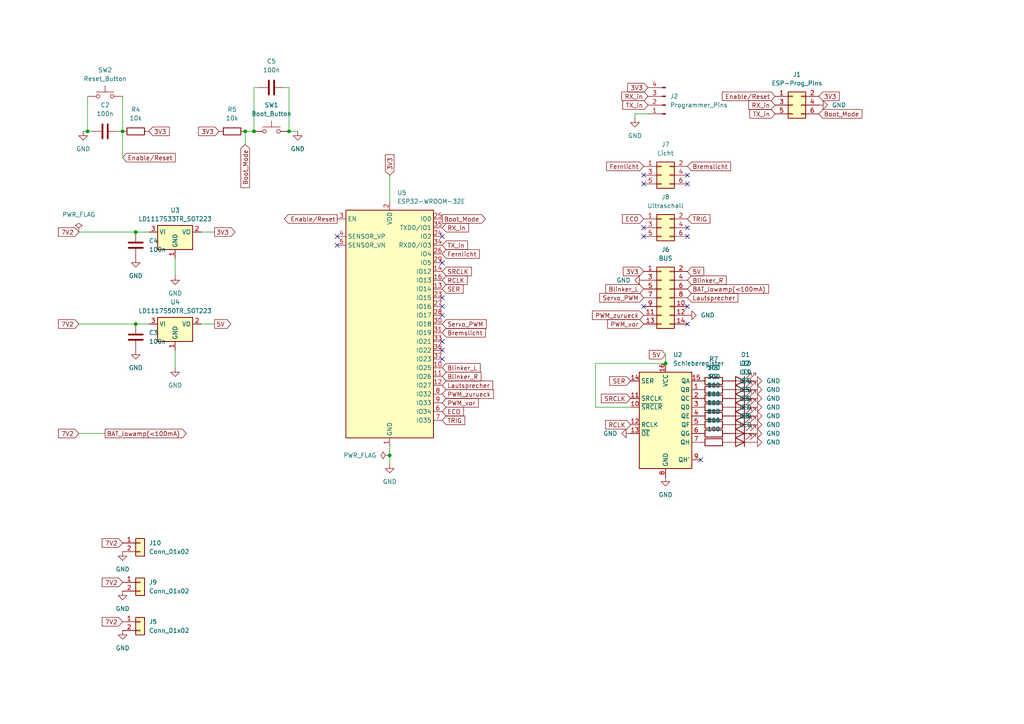
<source format=kicad_sch>
(kicad_sch (version 20250114) (generator "eeschema") (generator_version "9.0")
  (paper "A4")
  (lib_symbols
    (symbol "74xx:74HC595"
      (property "Reference" "U" (at -7.62 13.97 0))
      (property "Value" "74HC595" (at -7.62 -16.51 0))
      (symbol "74HC595_1_0"
        (pin input line (at -10.16 10.16 0) (length 2.54) (name "SER") (number "14"))
        (pin input line (at -10.16 5.08 0) (length 2.54) (name "SRCLK") (number "11"))
        (pin input line (at -10.16 2.54 0) (length 2.54) (name "~{SRCLR}") (number "10"))
        (pin input line (at -10.16 -2.54 0) (length 2.54) (name "RCLK") (number "12"))
        (pin input line (at -10.16 -5.08 0) (length 2.54) (name "~{OE}") (number "13"))
        (pin power_in line (at 0 15.24 270) (length 2.54) (name "VCC") (number "16"))
        (pin power_in line (at 0 -17.78 90) (length 2.54) (name "GND") (number "8"))
        (pin tri_state line (at 10.16 10.16 180) (length 2.54) (name "QA") (number "15"))
        (pin tri_state line (at 10.16 7.62 180) (length 2.54) (name "QB") (number "1"))
        (pin tri_state line (at 10.16 5.08 180) (length 2.54) (name "QC") (number "2"))
        (pin tri_state line (at 10.16 2.54 180) (length 2.54) (name "QD") (number "3"))
        (pin tri_state line (at 10.16 0 180) (length 2.54) (name "QE") (number "4"))
        (pin tri_state line (at 10.16 -2.54 180) (length 2.54) (name "QF") (number "5"))
        (pin tri_state line (at 10.16 -5.08 180) (length 2.54) (name "QG") (number "6"))
        (pin tri_state line (at 10.16 -7.62 180) (length 2.54) (name "QH") (number "7"))
        (pin output line (at 10.16 -12.7 180) (length 2.54) (name "QH'") (number "9"))
      )
      (symbol "74HC595_1_1"
        (rectangle (start -7.62 12.7) (end 7.62 -15.24) (stroke (width 0.254)) (fill (type background)))
      )
    )
    (symbol "Connector:Conn_01x04_Pin" (pin_names (offset 1.016) (hide yes))
      (property "Reference" "J" (at 0 5.08 0))
      (property "Value" "Conn_01x04_Pin" (at 0 -7.62 0))
      (symbol "Conn_01x04_Pin_1_1"
        (rectangle (start 0.8636 2.667) (end 0 2.413) (stroke (width 0.1524)) (fill (type outline)))
        (rectangle (start 0.8636 0.127) (end 0 -0.127) (stroke (width 0.1524)) (fill (type outline)))
        (rectangle (start 0.8636 -2.413) (end 0 -2.667) (stroke (width 0.1524)) (fill (type outline)))
        (rectangle (start 0.8636 -4.953) (end 0 -5.207) (stroke (width 0.1524)) (fill (type outline)))
        (polyline (pts (xy 1.27 2.54) (xy 0.8636 2.54)) (stroke (width 0.1524)))
        (polyline (pts (xy 1.27 0) (xy 0.8636 0)) (stroke (width 0.1524)))
        (polyline (pts (xy 1.27 -2.54) (xy 0.8636 -2.54)) (stroke (width 0.1524)))
        (polyline (pts (xy 1.27 -5.08) (xy 0.8636 -5.08)) (stroke (width 0.1524)))
        (pin passive line (at 5.08 2.54 180) (length 3.81) (name "Pin_1") (number "1"))
        (pin passive line (at 5.08 0 180) (length 3.81) (name "Pin_2") (number "2"))
        (pin passive line (at 5.08 -2.54 180) (length 3.81) (name "Pin_3") (number "3"))
        (pin passive line (at 5.08 -5.08 180) (length 3.81) (name "Pin_4") (number "4"))
      )
    )
    (symbol "Connector_Generic:Conn_01x02" (pin_names (offset 1.016) (hide yes))
      (property "Reference" "J" (at 0 2.54 0))
      (property "Value" "Conn_01x02" (at 0 -5.08 0))
      (symbol "Conn_01x02_1_1"
        (rectangle (start -1.27 1.27) (end 1.27 -3.81) (stroke (width 0.254)) (fill (type background)))
        (rectangle (start -1.27 0.127) (end 0 -0.127) (stroke (width 0.1524)))
        (rectangle (start -1.27 -2.413) (end 0 -2.667) (stroke (width 0.1524)))
        (pin passive line (at -5.08 0 0) (length 3.81) (name "Pin_1") (number "1"))
        (pin passive line (at -5.08 -2.54 0) (length 3.81) (name "Pin_2") (number "2"))
      )
    )
    (symbol "Connector_Generic:Conn_02x03_Odd_Even" (pin_names (offset 1.016) (hide yes))
      (property "Reference" "J" (at 1.27 5.08 0))
      (property "Value" "Conn_02x03_Odd_Even" (at 1.27 -5.08 0))
      (symbol "Conn_02x03_Odd_Even_1_1"
        (rectangle (start -1.27 3.81) (end 3.81 -3.81) (stroke (width 0.254)) (fill (type background)))
        (rectangle (start -1.27 2.667) (end 0 2.413) (stroke (width 0.1524)))
        (rectangle (start -1.27 0.127) (end 0 -0.127) (stroke (width 0.1524)))
        (rectangle (start -1.27 -2.413) (end 0 -2.667) (stroke (width 0.1524)))
        (rectangle (start 3.81 2.667) (end 2.54 2.413) (stroke (width 0.1524)))
        (rectangle (start 3.81 0.127) (end 2.54 -0.127) (stroke (width 0.1524)))
        (rectangle (start 3.81 -2.413) (end 2.54 -2.667) (stroke (width 0.1524)))
        (pin passive line (at -5.08 2.54 0) (length 3.81) (name "Pin_1") (number "1"))
        (pin passive line (at -5.08 0 0) (length 3.81) (name "Pin_3") (number "3"))
        (pin passive line (at -5.08 -2.54 0) (length 3.81) (name "Pin_5") (number "5"))
        (pin passive line (at 7.62 2.54 180) (length 3.81) (name "Pin_2") (number "2"))
        (pin passive line (at 7.62 0 180) (length 3.81) (name "Pin_4") (number "4"))
        (pin passive line (at 7.62 -2.54 180) (length 3.81) (name "Pin_6") (number "6"))
      )
    )
    (symbol "Connector_Generic:Conn_02x07_Odd_Even" (pin_names (offset 1.016) (hide yes))
      (property "Reference" "J" (at 1.27 10.16 0))
      (property "Value" "Conn_02x07_Odd_Even" (at 1.27 -10.16 0))
      (symbol "Conn_02x07_Odd_Even_1_1"
        (rectangle (start -1.27 8.89) (end 3.81 -8.89) (stroke (width 0.254)) (fill (type background)))
        (rectangle (start -1.27 7.747) (end 0 7.493) (stroke (width 0.1524)))
        (rectangle (start -1.27 5.207) (end 0 4.953) (stroke (width 0.1524)))
        (rectangle (start -1.27 2.667) (end 0 2.413) (stroke (width 0.1524)))
        (rectangle (start -1.27 0.127) (end 0 -0.127) (stroke (width 0.1524)))
        (rectangle (start -1.27 -2.413) (end 0 -2.667) (stroke (width 0.1524)))
        (rectangle (start -1.27 -4.953) (end 0 -5.207) (stroke (width 0.1524)))
        (rectangle (start -1.27 -7.493) (end 0 -7.747) (stroke (width 0.1524)))
        (rectangle (start 3.81 7.747) (end 2.54 7.493) (stroke (width 0.1524)))
        (rectangle (start 3.81 5.207) (end 2.54 4.953) (stroke (width 0.1524)))
        (rectangle (start 3.81 2.667) (end 2.54 2.413) (stroke (width 0.1524)))
        (rectangle (start 3.81 0.127) (end 2.54 -0.127) (stroke (width 0.1524)))
        (rectangle (start 3.81 -2.413) (end 2.54 -2.667) (stroke (width 0.1524)))
        (rectangle (start 3.81 -4.953) (end 2.54 -5.207) (stroke (width 0.1524)))
        (rectangle (start 3.81 -7.493) (end 2.54 -7.747) (stroke (width 0.1524)))
        (pin passive line (at -5.08 7.62 0) (length 3.81) (name "Pin_1") (number "1"))
        (pin passive line (at -5.08 5.08 0) (length 3.81) (name "Pin_3") (number "3"))
        (pin passive line (at -5.08 2.54 0) (length 3.81) (name "Pin_5") (number "5"))
        (pin passive line (at -5.08 0 0) (length 3.81) (name "Pin_7") (number "7"))
        (pin passive line (at -5.08 -2.54 0) (length 3.81) (name "Pin_9") (number "9"))
        (pin passive line (at -5.08 -5.08 0) (length 3.81) (name "Pin_11") (number "11"))
        (pin passive line (at -5.08 -7.62 0) (length 3.81) (name "Pin_13") (number "13"))
        (pin passive line (at 7.62 7.62 180) (length 3.81) (name "Pin_2") (number "2"))
        (pin passive line (at 7.62 5.08 180) (length 3.81) (name "Pin_4") (number "4"))
        (pin passive line (at 7.62 2.54 180) (length 3.81) (name "Pin_6") (number "6"))
        (pin passive line (at 7.62 0 180) (length 3.81) (name "Pin_8") (number "8"))
        (pin passive line (at 7.62 -2.54 180) (length 3.81) (name "Pin_10") (number "10"))
        (pin passive line (at 7.62 -5.08 180) (length 3.81) (name "Pin_12") (number "12"))
        (pin passive line (at 7.62 -7.62 180) (length 3.81) (name "Pin_14") (number "14"))
      )
    )
    (symbol "Device:C" (pin_numbers (hide yes)) (pin_names (offset 0.254))
      (property "Reference" "C" (at 0.635 2.54 0))
      (property "Value" "C" (at 0.635 -2.54 0))
      (symbol "C_0_1"
        (polyline (pts (xy -2.032 0.762) (xy 2.032 0.762)) (stroke (width 0.508)))
        (polyline (pts (xy -2.032 -0.762) (xy 2.032 -0.762)) (stroke (width 0.508)))
      )
      (symbol "C_1_1"
        (pin passive line (at 0 3.81 270) (length 2.794) (name "~") (number "1"))
        (pin passive line (at 0 -3.81 90) (length 2.794) (name "~") (number "2"))
      )
    )
    (symbol "Device:LED" (pin_numbers (hide yes)) (pin_names (offset 1.016) (hide yes))
      (property "Reference" "D" (at 0 2.54 0))
      (property "Value" "LED" (at 0 -2.54 0))
      (symbol "LED_0_1"
        (polyline (pts (xy -3.048 -0.762) (xy -4.572 -2.286) (xy -3.81 -2.286) (xy -4.572 -2.286) (xy -4.572 -1.524)))
        (polyline (pts (xy -1.778 -0.762) (xy -3.302 -2.286) (xy -2.54 -2.286) (xy -3.302 -2.286) (xy -3.302 -1.524)))
        (polyline (pts (xy -1.27 0) (xy 1.27 0)))
        (polyline (pts (xy -1.27 -1.27) (xy -1.27 1.27)) (stroke (width 0.254)))
        (polyline (pts (xy 1.27 -1.27) (xy 1.27 1.27) (xy -1.27 0) (xy 1.27 -1.27)) (stroke (width 0.254)))
      )
      (symbol "LED_1_1"
        (pin passive line (at -3.81 0 0) (length 2.54) (name "K") (number "1"))
        (pin passive line (at 3.81 0 180) (length 2.54) (name "A") (number "2"))
      )
    )
    (symbol "Device:R" (pin_numbers (hide yes)) (pin_names (offset 0))
      (property "Reference" "R" (at 2.032 0 90))
      (property "Value" "R" (at 0 0 90))
      (symbol "R_0_1"
        (rectangle (start -1.016 -2.54) (end 1.016 2.54) (stroke (width 0.254)))
      )
      (symbol "R_1_1"
        (pin passive line (at 0 3.81 270) (length 1.27) (name "~") (number "1"))
        (pin passive line (at 0 -3.81 90) (length 1.27) (name "~") (number "2"))
      )
    )
    (symbol "RF_Module:ESP32-WROOM-32E"
      (property "Reference" "U" (at -12.7 34.29 0))
      (property "Value" "ESP32-WROOM-32E" (at 1.27 34.29 0))
      (symbol "ESP32-WROOM-32E_0_1"
        (rectangle (start -12.7 33.02) (end 12.7 -33.02) (stroke (width 0.254)) (fill (type background)))
      )
      (symbol "ESP32-WROOM-32E_1_1"
        (pin input line (at -15.24 30.48 0) (length 2.54) (name "EN") (number "3"))
        (pin input line (at -15.24 25.4 0) (length 2.54) (name "SENSOR_VP") (number "4"))
        (pin input line (at -15.24 22.86 0) (length 2.54) (name "SENSOR_VN") (number "5"))
        (pin no_connect line (at -12.7 0 0) (length 2.54) (hide yes) (name "NC") (number "21"))
        (pin no_connect line (at -12.7 -2.54 0) (length 2.54) (hide yes) (name "NC") (number "22"))
        (pin no_connect line (at -12.7 -5.08 0) (length 2.54) (hide yes) (name "NC") (number "17"))
        (pin no_connect line (at -12.7 -7.62 0) (length 2.54) (hide yes) (name "NC") (number "18"))
        (pin no_connect line (at -12.7 -10.16 0) (length 2.54) (hide yes) (name "NC") (number "20"))
        (pin no_connect line (at -12.7 -12.7 0) (length 2.54) (hide yes) (name "NC") (number "19"))
        (pin no_connect line (at -12.7 -27.94 0) (length 2.54) (hide yes) (name "NC") (number "32"))
        (pin power_in line (at 0 35.56 270) (length 2.54) (name "VDD") (number "2"))
        (pin power_in line (at 0 -35.56 90) (length 2.54) (name "GND") (number "1"))
        (pin passive line (at 0 -35.56 90) (length 2.54) (hide yes) (name "GND") (number "15"))
        (pin passive line (at 0 -35.56 90) (length 2.54) (hide yes) (name "GND") (number "38"))
        (pin passive line (at 0 -35.56 90) (length 2.54) (hide yes) (name "GND") (number "39"))
        (pin bidirectional line (at 15.24 30.48 180) (length 2.54) (name "IO0") (number "25"))
        (pin bidirectional line (at 15.24 27.94 180) (length 2.54) (name "TXD0/IO1") (number "35"))
        (pin bidirectional line (at 15.24 25.4 180) (length 2.54) (name "IO2") (number "24"))
        (pin bidirectional line (at 15.24 22.86 180) (length 2.54) (name "RXD0/IO3") (number "34"))
        (pin bidirectional line (at 15.24 20.32 180) (length 2.54) (name "IO4") (number "26"))
        (pin bidirectional line (at 15.24 17.78 180) (length 2.54) (name "IO5") (number "29"))
        (pin bidirectional line (at 15.24 15.24 180) (length 2.54) (name "IO12") (number "14"))
        (pin bidirectional line (at 15.24 12.7 180) (length 2.54) (name "IO13") (number "16"))
        (pin bidirectional line (at 15.24 10.16 180) (length 2.54) (name "IO14") (number "13"))
        (pin bidirectional line (at 15.24 7.62 180) (length 2.54) (name "IO15") (number "23"))
        (pin bidirectional line (at 15.24 5.08 180) (length 2.54) (name "IO16") (number "27"))
        (pin bidirectional line (at 15.24 2.54 180) (length 2.54) (name "IO17") (number "28"))
        (pin bidirectional line (at 15.24 0 180) (length 2.54) (name "IO18") (number "30"))
        (pin bidirectional line (at 15.24 -2.54 180) (length 2.54) (name "IO19") (number "31"))
        (pin bidirectional line (at 15.24 -5.08 180) (length 2.54) (name "IO21") (number "33"))
        (pin bidirectional line (at 15.24 -7.62 180) (length 2.54) (name "IO22") (number "36"))
        (pin bidirectional line (at 15.24 -10.16 180) (length 2.54) (name "IO23") (number "37"))
        (pin bidirectional line (at 15.24 -12.7 180) (length 2.54) (name "IO25") (number "10"))
        (pin bidirectional line (at 15.24 -15.24 180) (length 2.54) (name "IO26") (number "11"))
        (pin bidirectional line (at 15.24 -17.78 180) (length 2.54) (name "IO27") (number "12"))
        (pin bidirectional line (at 15.24 -20.32 180) (length 2.54) (name "IO32") (number "8"))
        (pin bidirectional line (at 15.24 -22.86 180) (length 2.54) (name "IO33") (number "9"))
        (pin input line (at 15.24 -25.4 180) (length 2.54) (name "IO34") (number "6"))
        (pin input line (at 15.24 -27.94 180) (length 2.54) (name "IO35") (number "7"))
      )
    )
    (symbol "Regulator_Linear:LD1117S33TR_SOT223"
      (property "Reference" "U" (at -3.81 3.175 0))
      (property "Value" "LD1117S33TR_SOT223" (at 0 3.175 0))
      (symbol "LD1117S33TR_SOT223_0_1"
        (rectangle (start -5.08 -5.08) (end 5.08 1.905) (stroke (width 0.254)) (fill (type background)))
      )
      (symbol "LD1117S33TR_SOT223_1_1"
        (pin power_in line (at -7.62 0 0) (length 2.54) (name "VI") (number "3"))
        (pin power_in line (at 0 -7.62 90) (length 2.54) (name "GND") (number "1"))
        (pin power_out line (at 7.62 0 180) (length 2.54) (name "VO") (number "2"))
      )
    )
    (symbol "Switch:SW_Push" (pin_numbers (hide yes)) (pin_names (offset 1.016) (hide yes))
      (property "Reference" "SW" (at 1.27 2.54 0))
      (property "Value" "SW_Push" (at 0 -1.524 0))
      (symbol "SW_Push_0_1"
        (circle (center -2.032 0) (radius 0.508))
        (polyline (pts (xy 0 1.27) (xy 0 3.048)))
        (circle (center 2.032 0) (radius 0.508))
        (polyline (pts (xy 2.54 1.27) (xy -2.54 1.27)))
        (pin passive line (at -5.08 0 0) (length 2.54) (name "1") (number "1"))
        (pin passive line (at 5.08 0 180) (length 2.54) (name "2") (number "2"))
      )
    )
    (symbol "power:GND" (power) (pin_numbers (hide yes)) (pin_names (offset 0) (hide yes))
      (property "Value" "GND" (at 0 -3.81 0))
      (symbol "GND_0_1"
        (polyline (pts (xy 0 0) (xy 0 -1.27) (xy 1.27 -1.27) (xy 0 -2.54) (xy -1.27 -1.27) (xy 0 -1.27)))
      )
      (symbol "GND_1_1"
        (pin power_in line (at 0 0 270) (length 0) (name "~") (number "1"))
      )
    )
    (symbol "power:PWR_FLAG" (power) (pin_numbers (hide yes)) (pin_names (offset 0) (hide yes))
      (property "Value" "PWR_FLAG" (at 0 3.81 0))
      (symbol "PWR_FLAG_0_0"
        (pin power_out line (at 0 0 90) (length 0) (name "~") (number "1"))
      )
      (symbol "PWR_FLAG_0_1"
        (polyline (pts (xy 0 0) (xy 0 1.27) (xy -1.016 1.905) (xy 0 2.54) (xy 1.016 1.905) (xy 0 1.27)))
      )
    )
  )
  (junction (at 39.37 67.31))
  (junction (at 113.03 132.08))
  (junction (at 39.37 93.98))
  (junction (at 193.04 105.41))
  (junction (at 71.12 38.1))
  (junction (at 73.66 38.1))
  (junction (at 25.4 38.1))
  (junction (at 83.82 38.1))
  (junction (at 35.56 38.1))
  (no_connect (at 199.39 66.04))
  (no_connect (at 128.27 91.44))
  (no_connect (at 186.69 50.8))
  (no_connect (at 128.27 86.36))
  (no_connect (at 186.69 88.9))
  (no_connect (at 199.39 53.34))
  (no_connect (at 203.2 133.35))
  (no_connect (at 186.69 66.04))
  (no_connect (at 199.39 68.58))
  (no_connect (at 128.27 101.6))
  (no_connect (at 128.27 68.58))
  (no_connect (at 128.27 104.14))
  (no_connect (at 128.27 99.06))
  (no_connect (at 199.39 88.9))
  (no_connect (at 128.27 76.2))
  (no_connect (at 199.39 50.8))
  (no_connect (at 97.79 68.58))
  (no_connect (at 199.39 93.98))
  (no_connect (at 186.69 53.34))
  (no_connect (at 97.79 71.12))
  (no_connect (at 128.27 88.9))
  (no_connect (at 186.69 68.58))
  (wire (pts (xy 113.03 50.8) (xy 113.03 58.42)))
  (wire (pts (xy 22.86 67.31) (xy 39.37 67.31)))
  (wire (pts (xy 73.66 38.1) (xy 71.12 38.1)))
  (wire (pts (xy 22.86 125.73) (xy 30.48 125.73)))
  (wire (pts (xy 83.82 25.4) (xy 83.82 38.1)))
  (wire (pts (xy 74.93 25.4) (xy 73.66 25.4)))
  (wire (pts (xy 50.8 74.93) (xy 50.8 80.01)))
  (wire (pts (xy 82.55 25.4) (xy 83.82 25.4)))
  (wire (pts (xy 24.13 38.1) (xy 25.4 38.1)))
  (wire (pts (xy 25.4 27.94) (xy 25.4 38.1)))
  (wire (pts (xy 71.12 38.1) (xy 71.12 41.91)))
  (wire (pts (xy 182.88 118.11) (xy 172.72 118.11)))
  (wire (pts (xy 39.37 93.98) (xy 43.18 93.98)))
  (wire (pts (xy 22.86 93.98) (xy 39.37 93.98)))
  (wire (pts (xy 73.66 25.4) (xy 73.66 38.1)))
  (wire (pts (xy 113.03 132.08) (xy 113.03 134.62)))
  (wire (pts (xy 187.96 33.02) (xy 184.15 33.02)))
  (wire (pts (xy 113.03 129.54) (xy 113.03 132.08)))
  (wire (pts (xy 172.72 118.11) (xy 172.72 105.41)))
  (wire (pts (xy 58.42 93.98) (xy 62.23 93.98)))
  (wire (pts (xy 25.4 38.1) (xy 26.67 38.1)))
  (wire (pts (xy 34.29 38.1) (xy 35.56 38.1)))
  (wire (pts (xy 50.8 101.6) (xy 50.8 106.68)))
  (wire (pts (xy 184.15 33.02) (xy 184.15 34.29)))
  (wire (pts (xy 193.04 102.87) (xy 193.04 105.41)))
  (wire (pts (xy 58.42 67.31) (xy 62.23 67.31)))
  (wire (pts (xy 86.36 38.1) (xy 83.82 38.1)))
  (wire (pts (xy 35.56 27.94) (xy 35.56 38.1)))
  (wire (pts (xy 172.72 105.41) (xy 193.04 105.41)))
  (wire (pts (xy 39.37 67.31) (xy 43.18 67.31)))
  (wire (pts (xy 35.56 38.1) (xy 35.56 45.72)))
  (global_label "7V2" (shape input) (at 35.56 180.34 180) (property "Intersheetrefs" "${INTERSHEET_REFS}" (effects (hide yes))))
  (global_label "SER" (shape input) (at 128.27 83.82 0) (property "Intersheetrefs" "${INTERSHEET_REFS}" (effects (hide yes))))
  (global_label "Fernlicht" (shape input) (at 128.27 73.66 0) (property "Intersheetrefs" "${INTERSHEET_REFS}" (effects (hide yes))))
  (global_label "3V3" (shape input) (at 186.69 78.74 180) (property "Intersheetrefs" "${INTERSHEET_REFS}" (effects (hide yes))))
  (global_label "7V2" (shape input) (at 35.56 157.48 180) (property "Intersheetrefs" "${INTERSHEET_REFS}" (effects (hide yes))))
  (global_label "Boot_Mode" (shape input) (at 237.49 33.02 0) (property "Intersheetrefs" "${INTERSHEET_REFS}" (effects (hide yes))))
  (global_label "TX_in" (shape input) (at 224.79 33.02 180) (property "Intersheetrefs" "${INTERSHEET_REFS}" (effects (hide yes))))
  (global_label "Boot_Mode" (shape input) (at 71.12 41.91 270) (property "Intersheetrefs" "${INTERSHEET_REFS}" (effects (hide yes))))
  (global_label "TRIG" (shape input) (at 128.27 121.92 0) (property "Intersheetrefs" "${INTERSHEET_REFS}" (effects (hide yes))))
  (global_label "7V2" (shape input) (at 35.56 168.91 180) (property "Intersheetrefs" "${INTERSHEET_REFS}" (effects (hide yes))))
  (global_label "Blinker_L" (shape input) (at 186.69 83.82 180) (property "Intersheetrefs" "${INTERSHEET_REFS}" (effects (hide yes))))
  (global_label "Blinker_R" (shape input) (at 128.27 109.22 0) (property "Intersheetrefs" "${INTERSHEET_REFS}" (effects (hide yes))))
  (global_label "3V3" (shape input) (at 237.49 27.94 0) (property "Intersheetrefs" "${INTERSHEET_REFS}" (effects (hide yes))))
  (global_label "Boot_Mode" (shape output) (at 128.27 63.5 0) (property "Intersheetrefs" "${INTERSHEET_REFS}" (effects (hide yes))))
  (global_label "5V" (shape input) (at 199.39 78.74 0) (property "Intersheetrefs" "${INTERSHEET_REFS}" (effects (hide yes))))
  (global_label "7V2" (shape input) (at 22.86 67.31 180) (property "Intersheetrefs" "${INTERSHEET_REFS}" (effects (hide yes))))
  (global_label "3V3" (shape input) (at 63.5 38.1 180) (property "Intersheetrefs" "${INTERSHEET_REFS}" (effects (hide yes))))
  (global_label "RX_in" (shape input) (at 224.79 30.48 180) (property "Intersheetrefs" "${INTERSHEET_REFS}" (effects (hide yes))))
  (global_label "Enable{slash}Reset" (shape output) (at 97.79 63.5 180) (property "Intersheetrefs" "${INTERSHEET_REFS}" (effects (hide yes))))
  (global_label "TRIG" (shape input) (at 199.39 63.5 0) (property "Intersheetrefs" "${INTERSHEET_REFS}" (effects (hide yes))))
  (global_label "Lautsprecher" (shape input) (at 199.39 86.36 0) (property "Intersheetrefs" "${INTERSHEET_REFS}" (effects (hide yes))))
  (global_label "PWM_zurueck" (shape input) (at 128.27 114.3 0) (property "Intersheetrefs" "${INTERSHEET_REFS}" (effects (hide yes))))
  (global_label "PWM_vor" (shape input) (at 186.69 93.98 180) (property "Intersheetrefs" "${INTERSHEET_REFS}" (effects (hide yes))))
  (global_label "BAT_lowamp(<100mA)" (shape output) (at 30.48 125.73 0) (property "Intersheetrefs" "${INTERSHEET_REFS}" (effects (hide yes))))
  (global_label "3V3" (shape output) (at 62.23 67.31 0) (property "Intersheetrefs" "${INTERSHEET_REFS}" (effects (hide yes))))
  (global_label "3V3" (shape input) (at 187.96 25.4 180) (property "Intersheetrefs" "${INTERSHEET_REFS}" (effects (hide yes))))
  (global_label "RX_in" (shape input) (at 128.27 66.04 0) (property "Intersheetrefs" "${INTERSHEET_REFS}" (effects (hide yes))))
  (global_label "RCLK" (shape input) (at 128.27 81.28 0) (property "Intersheetrefs" "${INTERSHEET_REFS}" (effects (hide yes))))
  (global_label "PWM_vor" (shape input) (at 128.27 116.84 0) (property "Intersheetrefs" "${INTERSHEET_REFS}" (effects (hide yes))))
  (global_label "Enable{slash}Reset" (shape input) (at 35.56 45.72 0) (property "Intersheetrefs" "${INTERSHEET_REFS}" (effects (hide yes))))
  (global_label "TX_in" (shape input) (at 187.96 30.48 180) (property "Intersheetrefs" "${INTERSHEET_REFS}" (effects (hide yes))))
  (global_label "7V2" (shape input) (at 22.86 93.98 180) (property "Intersheetrefs" "${INTERSHEET_REFS}" (effects (hide yes))))
  (global_label "Lautsprecher" (shape input) (at 128.27 111.76 0) (property "Intersheetrefs" "${INTERSHEET_REFS}" (effects (hide yes))))
  (global_label "ECO" (shape input) (at 128.27 119.38 0) (property "Intersheetrefs" "${INTERSHEET_REFS}" (effects (hide yes))))
  (global_label "Bremslicht" (shape input) (at 199.39 48.26 0) (property "Intersheetrefs" "${INTERSHEET_REFS}" (effects (hide yes))))
  (global_label "Blinker_R" (shape input) (at 199.39 81.28 0) (property "Intersheetrefs" "${INTERSHEET_REFS}" (effects (hide yes))))
  (global_label "ECO" (shape input) (at 186.69 63.5 180) (property "Intersheetrefs" "${INTERSHEET_REFS}" (effects (hide yes))))
  (global_label "7V2" (shape input) (at 22.86 125.73 180) (property "Intersheetrefs" "${INTERSHEET_REFS}" (effects (hide yes))))
  (global_label "BAT_lowamp(<100mA)" (shape input) (at 199.39 83.82 0) (property "Intersheetrefs" "${INTERSHEET_REFS}" (effects (hide yes))))
  (global_label "TX_in" (shape input) (at 128.27 71.12 0) (property "Intersheetrefs" "${INTERSHEET_REFS}" (effects (hide yes))))
  (global_label "5V" (shape input) (at 193.04 102.87 180) (property "Intersheetrefs" "${INTERSHEET_REFS}" (effects (hide yes))))
  (global_label "Fernlicht" (shape input) (at 186.69 48.26 180) (property "Intersheetrefs" "${INTERSHEET_REFS}" (effects (hide yes))))
  (global_label "Servo_PWM" (shape input) (at 128.27 93.98 0) (property "Intersheetrefs" "${INTERSHEET_REFS}" (effects (hide yes))))
  (global_label "SRCLK" (shape input) (at 182.88 115.57 180) (property "Intersheetrefs" "${INTERSHEET_REFS}" (effects (hide yes))))
  (global_label "5V" (shape output) (at 62.23 93.98 0) (property "Intersheetrefs" "${INTERSHEET_REFS}" (effects (hide yes))))
  (global_label "Servo_PWM" (shape input) (at 186.69 86.36 180) (property "Intersheetrefs" "${INTERSHEET_REFS}" (effects (hide yes))))
  (global_label "Enable{slash}Reset" (shape input) (at 224.79 27.94 180) (property "Intersheetrefs" "${INTERSHEET_REFS}" (effects (hide yes))))
  (global_label "SER" (shape input) (at 182.88 110.49 180) (property "Intersheetrefs" "${INTERSHEET_REFS}" (effects (hide yes))))
  (global_label "Bremslicht" (shape input) (at 128.27 96.52 0) (property "Intersheetrefs" "${INTERSHEET_REFS}" (effects (hide yes))))
  (global_label "3V3" (shape input) (at 43.18 38.1 0) (property "Intersheetrefs" "${INTERSHEET_REFS}" (effects (hide yes))))
  (global_label "SRCLK" (shape input) (at 128.27 78.74 0) (property "Intersheetrefs" "${INTERSHEET_REFS}" (effects (hide yes))))
  (global_label "RX_in" (shape input) (at 187.96 27.94 180) (property "Intersheetrefs" "${INTERSHEET_REFS}" (effects (hide yes))))
  (global_label "Blinker_L" (shape input) (at 128.27 106.68 0) (property "Intersheetrefs" "${INTERSHEET_REFS}" (effects (hide yes))))
  (global_label "3V3" (shape input) (at 113.03 50.8 90) (property "Intersheetrefs" "${INTERSHEET_REFS}" (effects (hide yes))))
  (global_label "PWM_zurueck" (shape input) (at 186.69 91.44 180) (property "Intersheetrefs" "${INTERSHEET_REFS}" (effects (hide yes))))
  (global_label "RCLK" (shape input) (at 182.88 123.19 180) (property "Intersheetrefs" "${INTERSHEET_REFS}" (effects (hide yes))))
  (symbol (lib_id "power:GND") (at 218.44 115.57 90) (unit 1)
    (property "Reference" "#PWR018" (effects (hide yes)))
    (property "Value" "GND" (at 222.25 115.5699 90) (effects (justify right)))
    (property "Description" "Power symbol creates a global label with name \"GND\" , ground" (effects (hide yes)))
  )
  (symbol (lib_id "Regulator_Linear:LD1117S33TR_SOT223") (at 50.8 67.31 0) (unit 1)
    (property "Reference" "U3" (at 50.8 60.96 0))
    (property "Value" "LD1117S33TR_SOT223" (at 50.8 63.5 0))
    (property "Footprint" "Package_TO_SOT_THT:TO-220-3_Vertical" (effects (hide yes)))
    (property "Datasheet" "http://www.st.com/st-web-ui/static/active/en/resource/technical/document/datasheet/CD00000544.pdf" (effects (hide yes)))
    (property "Description" "800mA Fixed Low Drop Positive Voltage Regulator, Fixed Output 3.3V, SOT-223" (effects (hide yes)))
  )
  (symbol (lib_id "Connector_Generic:Conn_01x02") (at 40.64 168.91 0) (unit 1)
    (property "Reference" "J9" (at 43.18 168.9099 0) (effects (justify left)))
    (property "Value" "Conn_01x02" (at 43.18 171.4499 0) (effects (justify left)))
    (property "Footprint" "Connector_AMASS:AMASS_XT30PW-F_1x02_P2.50mm_Horizontal" (effects (hide yes)))
    (property "Description" "Generic connector, single row, 01x02, script generated (kicad-library-utils/schlib/autogen/connector/)" (effects (hide yes)))
  )
  (symbol (lib_id "Connector_Generic:Conn_02x03_Odd_Even") (at 191.77 66.04 0) (unit 1)
    (property "Reference" "J8" (at 193.04 57.15 0))
    (property "Value" "Ultraschall" (at 193.04 59.69 0))
    (property "Footprint" "Connector_IDC:IDC-Header_2x03_P2.54mm_Vertical" (effects (hide yes)))
    (property "Description" "Generic connector, double row, 02x03, odd/even pin numbering scheme (row 1 odd numbers, row 2 even numbers), script generated (kicad-library-utils/schlib/autogen/connector/)" (effects (hide yes)))
  )
  (symbol (lib_id "power:GND") (at 50.8 106.68 0) (unit 1)
    (property "Reference" "#PWR014" (effects (hide yes)))
    (property "Value" "GND" (at 50.8 111.76 0))
    (property "Description" "Power symbol creates a global label with name \"GND\" , ground" (effects (hide yes)))
  )
  (symbol (lib_id "Switch:SW_Push") (at 30.48 27.94 0) (unit 1)
    (property "Reference" "SW2" (at 30.48 20.32 0))
    (property "Value" "Reset_Button" (at 30.48 22.86 0))
    (property "Footprint" "Button_Switch_THT:SW_PUSH_6mm_H4.3mm" (effects (hide yes)))
    (property "Description" "Push button switch, generic, two pins" (effects (hide yes)))
  )
  (symbol (lib_id "power:GND") (at 218.44 120.65 90) (unit 1)
    (property "Reference" "#PWR016" (effects (hide yes)))
    (property "Value" "GND" (at 222.25 120.6499 90) (effects (justify right)))
    (property "Description" "Power symbol creates a global label with name \"GND\" , ground" (effects (hide yes)))
  )
  (symbol (lib_id "Device:R") (at 207.01 125.73 90) (unit 1)
    (property "Reference" "R13" (at 207.01 119.38 90))
    (property "Value" "100" (at 207.01 121.92 90))
    (property "Footprint" "Resistor_THT:R_Axial_DIN0207_L6.3mm_D2.5mm_P7.62mm_Horizontal" (effects (hide yes)))
    (property "Description" "Resistor" (effects (hide yes)))
  )
  (symbol (lib_id "Regulator_Linear:LD1117S33TR_SOT223") (at 50.8 93.98 0) (unit 1)
    (property "Reference" "U4" (at 50.8 87.63 0))
    (property "Value" "LD1117S50TR_SOT223" (at 50.8 90.17 0))
    (property "Footprint" "Package_TO_SOT_THT:TO-220-3_Vertical" (effects (hide yes)))
    (property "Datasheet" "http://www.st.com/st-web-ui/static/active/en/resource/technical/document/datasheet/CD00000544.pdf" (effects (hide yes)))
    (property "Description" "800mA Fixed Low Drop Positive Voltage Regulator, Fixed Output 3.3V, SOT-223" (effects (hide yes)))
  )
  (symbol (lib_id "Device:R") (at 207.01 118.11 90) (unit 1)
    (property "Reference" "R10" (at 207.01 111.76 90))
    (property "Value" "100" (at 207.01 114.3 90))
    (property "Footprint" "Resistor_THT:R_Axial_DIN0207_L6.3mm_D2.5mm_P7.62mm_Horizontal" (effects (hide yes)))
    (property "Description" "Resistor" (effects (hide yes)))
  )
  (symbol (lib_id "power:GND") (at 218.44 123.19 90) (unit 1)
    (property "Reference" "#PWR015" (effects (hide yes)))
    (property "Value" "GND" (at 222.25 123.1899 90) (effects (justify right)))
    (property "Description" "Power symbol creates a global label with name \"GND\" , ground" (effects (hide yes)))
  )
  (symbol (lib_id "Device:LED") (at 214.63 113.03 180) (unit 1)
    (property "Reference" "D2" (at 216.2175 105.41 0))
    (property "Value" "LED" (at 216.2175 107.95 0))
    (property "Footprint" "TestPoint:TestPoint_2Pads_Pitch5.08mm_Drill1.3mm" (effects (hide yes)))
    (property "Description" "Light emitting diode" (effects (hide yes)))
    (property "Sim.Pins" "1=K 2=A" (effects (hide yes)))
  )
  (symbol (lib_id "power:PWR_FLAG") (at 113.03 132.08 90) (unit 1)
    (property "Reference" "#FLG03" (effects (hide yes)))
    (property "Value" "PWR_FLAG" (at 109.22 132.0799 90) (effects (justify left)))
    (property "Description" "Special symbol for telling ERC where power comes from" (effects (hide yes)))
  )
  (symbol (lib_id "power:GND") (at 182.88 125.73 270) (unit 1)
    (property "Reference" "#PWR06" (effects (hide yes)))
    (property "Value" "GND" (at 179.07 125.7299 90) (effects (justify right)))
    (property "Description" "Power symbol creates a global label with name \"GND\" , ground" (effects (hide yes)))
  )
  (symbol (lib_id "power:GND") (at 35.56 171.45 0) (unit 1)
    (property "Reference" "#PWR023" (effects (hide yes)))
    (property "Value" "GND" (at 35.56 176.53 0))
    (property "Description" "Power symbol creates a global label with name \"GND\" , ground" (effects (hide yes)))
  )
  (symbol (lib_id "power:GND") (at 237.49 30.48 90) (unit 1)
    (property "Reference" "#PWR021" (effects (hide yes)))
    (property "Value" "GND" (at 241.3 30.4799 90) (effects (justify right)))
    (property "Description" "Power symbol creates a global label with name \"GND\" , ground" (effects (hide yes)))
  )
  (symbol (lib_id "Device:LED") (at 214.63 125.73 180) (unit 1)
    (property "Reference" "D7" (at 216.2175 118.11 0))
    (property "Value" "LED" (at 216.2175 120.65 0))
    (property "Footprint" "TestPoint:TestPoint_2Pads_Pitch5.08mm_Drill1.3mm" (effects (hide yes)))
    (property "Description" "Light emitting diode" (effects (hide yes)))
    (property "Sim.Pins" "1=K 2=A" (effects (hide yes)))
  )
  (symbol (lib_id "Device:R") (at 207.01 110.49 90) (unit 1)
    (property "Reference" "R7" (at 207.01 104.14 90))
    (property "Value" "100" (at 207.01 106.68 90))
    (property "Footprint" "Resistor_THT:R_Axial_DIN0207_L6.3mm_D2.5mm_P7.62mm_Horizontal" (effects (hide yes)))
    (property "Description" "Resistor" (effects (hide yes)))
  )
  (symbol (lib_id "Device:R") (at 207.01 120.65 90) (unit 1)
    (property "Reference" "R11" (at 207.01 114.3 90))
    (property "Value" "100" (at 207.01 116.84 90))
    (property "Footprint" "Resistor_THT:R_Axial_DIN0207_L6.3mm_D2.5mm_P7.62mm_Horizontal" (effects (hide yes)))
    (property "Description" "Resistor" (effects (hide yes)))
  )
  (symbol (lib_id "power:GND") (at 24.13 38.1 0) (unit 1)
    (property "Reference" "#PWR07" (effects (hide yes)))
    (property "Value" "GND" (at 24.13 43.18 0))
    (property "Description" "Power symbol creates a global label with name \"GND\" , ground" (effects (hide yes)))
  )
  (symbol (lib_id "Device:LED") (at 214.63 115.57 180) (unit 1)
    (property "Reference" "D3" (at 216.2175 107.95 0))
    (property "Value" "LED" (at 216.2175 110.49 0))
    (property "Footprint" "TestPoint:TestPoint_2Pads_Pitch5.08mm_Drill1.3mm" (effects (hide yes)))
    (property "Description" "Light emitting diode" (effects (hide yes)))
    (property "Sim.Pins" "1=K 2=A" (effects (hide yes)))
  )
  (symbol (lib_id "power:GND") (at 218.44 128.27 90) (unit 1)
    (property "Reference" "#PWR09" (effects (hide yes)))
    (property "Value" "GND" (at 222.25 128.2699 90) (effects (justify right)))
    (property "Description" "Power symbol creates a global label with name \"GND\" , ground" (effects (hide yes)))
  )
  (symbol (lib_id "Device:C") (at 39.37 97.79 180) (unit 1)
    (property "Reference" "C3" (at 43.18 96.5199 0) (effects (justify right)))
    (property "Value" "100n" (at 43.18 99.0599 0) (effects (justify right)))
    (property "Footprint" "Capacitor_THT:C_Disc_D3.0mm_W1.6mm_P2.50mm" (effects (hide yes)))
    (property "Description" "Unpolarized capacitor" (effects (hide yes)))
  )
  (symbol (lib_id "power:GND") (at 184.15 34.29 0) (unit 1)
    (property "Reference" "#PWR02" (effects (hide yes)))
    (property "Value" "GND" (at 184.15 39.37 0))
    (property "Description" "Power symbol creates a global label with name \"GND\" , ground" (effects (hide yes)))
  )
  (symbol (lib_id "Device:R") (at 39.37 38.1 90) (unit 1)
    (property "Reference" "R4" (at 39.37 31.75 90))
    (property "Value" "10k" (at 39.37 34.29 90))
    (property "Footprint" "Resistor_THT:R_Axial_DIN0207_L6.3mm_D2.5mm_P7.62mm_Horizontal" (effects (hide yes)))
    (property "Description" "Resistor" (effects (hide yes)))
  )
  (symbol (lib_id "Connector_Generic:Conn_01x02") (at 40.64 180.34 0) (unit 1)
    (property "Reference" "J5" (at 43.18 180.3399 0) (effects (justify left)))
    (property "Value" "Conn_01x02" (at 43.18 182.8799 0) (effects (justify left)))
    (property "Footprint" "Connector_AMASS:AMASS_XT30PW-F_1x02_P2.50mm_Horizontal" (effects (hide yes)))
    (property "Description" "Generic connector, single row, 01x02, script generated (kicad-library-utils/schlib/autogen/connector/)" (effects (hide yes)))
  )
  (symbol (lib_id "power:PWR_FLAG") (at 22.86 67.31 0) (unit 1)
    (property "Reference" "#FLG02" (effects (hide yes)))
    (property "Value" "PWR_FLAG" (at 22.86 62.23 0))
    (property "Description" "Special symbol for telling ERC where power comes from" (effects (hide yes)))
  )
  (symbol (lib_id "Device:R") (at 207.01 123.19 90) (unit 1)
    (property "Reference" "R12" (at 207.01 116.84 90))
    (property "Value" "100" (at 207.01 119.38 90))
    (property "Footprint" "Resistor_THT:R_Axial_DIN0207_L6.3mm_D2.5mm_P7.62mm_Horizontal" (effects (hide yes)))
    (property "Description" "Resistor" (effects (hide yes)))
  )
  (symbol (lib_id "Connector_Generic:Conn_02x07_Odd_Even") (at 191.77 86.36 0) (unit 1)
    (property "Reference" "J6" (at 193.04 72.39 0))
    (property "Value" "BUS" (at 193.04 74.93 0))
    (property "Footprint" "Platine_mit_BUS:Busstecker" (effects (hide yes)))
    (property "Description" "Generic connector, double row, 02x07, odd/even pin numbering scheme (row 1 odd numbers, row 2 even numbers), script generated (kicad-library-utils/schlib/autogen/connector/)" (effects (hide yes)))
  )
  (symbol (lib_id "Device:R") (at 67.31 38.1 90) (unit 1)
    (property "Reference" "R5" (at 67.31 31.75 90))
    (property "Value" "10k" (at 67.31 34.29 90))
    (property "Footprint" "Resistor_THT:R_Axial_DIN0207_L6.3mm_D2.5mm_P7.62mm_Horizontal" (effects (hide yes)))
    (property "Description" "Resistor" (effects (hide yes)))
  )
  (symbol (lib_id "Connector_Generic:Conn_02x03_Odd_Even") (at 229.87 30.48 0) (unit 1)
    (property "Reference" "J1" (at 231.14 21.59 0))
    (property "Value" "ESP-Prog_Pins" (at 231.14 24.13 0))
    (property "Footprint" "Connector_PinHeader_1.27mm:PinHeader_2x03_P1.27mm_Vertical_SMD" (effects (hide yes)))
    (property "Description" "Generic connector, double row, 02x03, odd/even pin numbering scheme (row 1 odd numbers, row 2 even numbers), script generated (kicad-library-utils/schlib/autogen/connector/)" (effects (hide yes)))
  )
  (symbol (lib_id "power:GND") (at 39.37 101.6 0) (unit 1)
    (property "Reference" "#PWR013" (effects (hide yes)))
    (property "Value" "GND" (at 39.37 106.68 0))
    (property "Description" "Power symbol creates a global label with name \"GND\" , ground" (effects (hide yes)))
  )
  (symbol (lib_id "Device:C") (at 78.74 25.4 90) (unit 1)
    (property "Reference" "C5" (at 78.74 17.78 90))
    (property "Value" "100n" (at 78.74 20.32 90))
    (property "Footprint" "Capacitor_THT:C_Disc_D3.0mm_W1.6mm_P2.50mm" (effects (hide yes)))
    (property "Description" "Unpolarized capacitor" (effects (hide yes)))
  )
  (symbol (lib_id "power:GND") (at 199.39 91.44 90) (unit 1)
    (property "Reference" "#PWR04" (effects (hide yes)))
    (property "Value" "GND" (at 203.2 91.4399 90) (effects (justify right)))
    (property "Description" "Power symbol creates a global label with name \"GND\" , ground" (effects (hide yes)))
  )
  (symbol (lib_id "Device:R") (at 207.01 115.57 90) (unit 1)
    (property "Reference" "R9" (at 207.01 109.22 90))
    (property "Value" "100" (at 207.01 111.76 90))
    (property "Footprint" "Resistor_THT:R_Axial_DIN0207_L6.3mm_D2.5mm_P7.62mm_Horizontal" (effects (hide yes)))
    (property "Description" "Resistor" (effects (hide yes)))
  )
  (symbol (lib_id "power:GND") (at 218.44 110.49 90) (unit 1)
    (property "Reference" "#PWR020" (effects (hide yes)))
    (property "Value" "GND" (at 222.25 110.4899 90) (effects (justify right)))
    (property "Description" "Power symbol creates a global label with name \"GND\" , ground" (effects (hide yes)))
  )
  (symbol (lib_id "power:GND") (at 218.44 125.73 90) (unit 1)
    (property "Reference" "#PWR012" (effects (hide yes)))
    (property "Value" "GND" (at 222.25 125.7299 90) (effects (justify right)))
    (property "Description" "Power symbol creates a global label with name \"GND\" , ground" (effects (hide yes)))
  )
  (symbol (lib_id "power:GND") (at 218.44 118.11 90) (unit 1)
    (property "Reference" "#PWR017" (effects (hide yes)))
    (property "Value" "GND" (at 222.25 118.1099 90) (effects (justify right)))
    (property "Description" "Power symbol creates a global label with name \"GND\" , ground" (effects (hide yes)))
  )
  (symbol (lib_id "power:GND") (at 35.56 182.88 0) (unit 1)
    (property "Reference" "#PWR022" (effects (hide yes)))
    (property "Value" "GND" (at 35.56 187.96 0))
    (property "Description" "Power symbol creates a global label with name \"GND\" , ground" (effects (hide yes)))
  )
  (symbol (lib_id "Connector:Conn_01x04_Pin") (at 193.04 30.48 180) (unit 1)
    (property "Reference" "J2" (at 194.31 27.9399 0) (effects (justify right)))
    (property "Value" "Programmer_Pins" (at 194.31 30.4799 0) (effects (justify right)))
    (property "Footprint" "Connector_PinHeader_2.54mm:PinHeader_1x04_P2.54mm_Vertical" (effects (hide yes)))
    (property "Description" "Generic connector, single row, 01x04, script generated" (effects (hide yes)))
  )
  (symbol (lib_id "Device:LED") (at 214.63 123.19 180) (unit 1)
    (property "Reference" "D6" (at 216.2175 115.57 0))
    (property "Value" "LED" (at 216.2175 118.11 0))
    (property "Footprint" "TestPoint:TestPoint_2Pads_Pitch5.08mm_Drill1.3mm" (effects (hide yes)))
    (property "Description" "Light emitting diode" (effects (hide yes)))
    (property "Sim.Pins" "1=K 2=A" (effects (hide yes)))
  )
  (symbol (lib_id "Connector_Generic:Conn_02x03_Odd_Even") (at 191.77 50.8 0) (unit 1)
    (property "Reference" "J7" (at 193.04 41.91 0))
    (property "Value" "Licht" (at 193.04 44.45 0))
    (property "Footprint" "Connector_IDC:IDC-Header_2x03_P2.54mm_Vertical" (effects (hide yes)))
    (property "Description" "Generic connector, double row, 02x03, odd/even pin numbering scheme (row 1 odd numbers, row 2 even numbers), script generated (kicad-library-utils/schlib/autogen/connector/)" (effects (hide yes)))
  )
  (symbol (lib_id "power:GND") (at 50.8 80.01 0) (unit 1)
    (property "Reference" "#PWR011" (effects (hide yes)))
    (property "Value" "GND" (at 50.8 85.09 0))
    (property "Description" "Power symbol creates a global label with name \"GND\" , ground" (effects (hide yes)))
  )
  (symbol (lib_id "power:GND") (at 193.04 138.43 0) (unit 1)
    (property "Reference" "#PWR05" (effects (hide yes)))
    (property "Value" "GND" (at 193.04 143.51 0))
    (property "Description" "Power symbol creates a global label with name \"GND\" , ground" (effects (hide yes)))
  )
  (symbol (lib_id "power:GND") (at 113.03 134.62 0) (unit 1)
    (property "Reference" "#PWR01" (effects (hide yes)))
    (property "Value" "GND" (at 113.03 139.7 0))
    (property "Description" "Power symbol creates a global label with name \"GND\" , ground" (effects (hide yes)))
  )
  (symbol (lib_id "power:GND") (at 35.56 160.02 0) (unit 1)
    (property "Reference" "#PWR024" (effects (hide yes)))
    (property "Value" "GND" (at 35.56 165.1 0))
    (property "Description" "Power symbol creates a global label with name \"GND\" , ground" (effects (hide yes)))
  )
  (symbol (lib_id "Device:R") (at 207.01 113.03 90) (unit 1)
    (property "Reference" "R8" (at 207.01 106.68 90))
    (property "Value" "100" (at 207.01 109.22 90))
    (property "Footprint" "Resistor_THT:R_Axial_DIN0207_L6.3mm_D2.5mm_P7.62mm_Horizontal" (effects (hide yes)))
    (property "Description" "Resistor" (effects (hide yes)))
  )
  (symbol (lib_id "power:GND") (at 39.37 74.93 0) (unit 1)
    (property "Reference" "#PWR010" (effects (hide yes)))
    (property "Value" "GND" (at 39.37 80.01 0))
    (property "Description" "Power symbol creates a global label with name \"GND\" , ground" (effects (hide yes)))
  )
  (symbol (lib_id "Connector_Generic:Conn_01x02") (at 40.64 157.48 0) (unit 1)
    (property "Reference" "J10" (at 43.18 157.4799 0) (effects (justify left)))
    (property "Value" "Conn_01x02" (at 43.18 160.0199 0) (effects (justify left)))
    (property "Footprint" "Connector_AMASS:AMASS_XT30PW-F_1x02_P2.50mm_Horizontal" (effects (hide yes)))
    (property "Description" "Generic connector, single row, 01x02, script generated (kicad-library-utils/schlib/autogen/connector/)" (effects (hide yes)))
  )
  (symbol (lib_id "Device:C") (at 30.48 38.1 90) (unit 1)
    (property "Reference" "C2" (at 30.48 30.48 90))
    (property "Value" "100n" (at 30.48 33.02 90))
    (property "Footprint" "Capacitor_THT:C_Disc_D3.0mm_W1.6mm_P2.50mm" (effects (hide yes)))
    (property "Description" "Unpolarized capacitor" (effects (hide yes)))
  )
  (symbol (lib_id "Device:LED") (at 214.63 118.11 180) (unit 1)
    (property "Reference" "D4" (at 216.2175 110.49 0))
    (property "Value" "LED" (at 216.2175 113.03 0))
    (property "Footprint" "TestPoint:TestPoint_2Pads_Pitch5.08mm_Drill1.3mm" (effects (hide yes)))
    (property "Description" "Light emitting diode" (effects (hide yes)))
    (property "Sim.Pins" "1=K 2=A" (effects (hide yes)))
  )
  (symbol (lib_id "Switch:SW_Push") (at 78.74 38.1 0) (unit 1)
    (property "Reference" "SW1" (at 78.74 30.48 0))
    (property "Value" "Boot_Button" (at 78.74 33.02 0))
    (property "Footprint" "Button_Switch_THT:SW_PUSH_6mm_H4.3mm" (effects (hide yes)))
    (property "Description" "Push button switch, generic, two pins" (effects (hide yes)))
  )
  (symbol (lib_id "Device:C") (at 39.37 71.12 180) (unit 1)
    (property "Reference" "C4" (at 43.18 69.8499 0) (effects (justify right)))
    (property "Value" "100n" (at 43.18 72.3899 0) (effects (justify right)))
    (property "Footprint" "Capacitor_THT:C_Disc_D3.0mm_W1.6mm_P2.50mm" (effects (hide yes)))
    (property "Description" "Unpolarized capacitor" (effects (hide yes)))
  )
  (symbol (lib_id "Device:LED") (at 214.63 110.49 180) (unit 1)
    (property "Reference" "D1" (at 216.2175 102.87 0))
    (property "Value" "LED" (at 216.2175 105.41 0))
    (property "Footprint" "TestPoint:TestPoint_2Pads_Pitch5.08mm_Drill1.3mm" (effects (hide yes)))
    (property "Description" "Light emitting diode" (effects (hide yes)))
    (property "Sim.Pins" "1=K 2=A" (effects (hide yes)))
  )
  (symbol (lib_id "74xx:74HC595") (at 193.04 120.65 0) (unit 1)
    (property "Reference" "U2" (at 195.1833 102.87 0) (effects (justify left)))
    (property "Value" "Schieberegister" (at 195.1833 105.41 0) (effects (justify left)))
    (property "Footprint" "Package_DIP:DIP-16_W7.62mm_LongPads" (effects (hide yes)))
    (property "Datasheet" "http://www.ti.com/lit/ds/symlink/sn74hc595.pdf" (effects (hide yes)))
    (property "Description" "8-bit serial in/out Shift Register 3-State Outputs" (effects (hide yes)))
  )
  (symbol (lib_id "Device:LED") (at 214.63 120.65 180) (unit 1)
    (property "Reference" "D5" (at 216.2175 113.03 0))
    (property "Value" "LED" (at 216.2175 115.57 0))
    (property "Footprint" "TestPoint:TestPoint_2Pads_Pitch5.08mm_Drill1.3mm" (effects (hide yes)))
    (property "Description" "Light emitting diode" (effects (hide yes)))
    (property "Sim.Pins" "1=K 2=A" (effects (hide yes)))
  )
  (symbol (lib_id "Device:R") (at 207.01 128.27 90) (unit 1)
    (property "Reference" "R14" (at 207.01 121.92 90))
    (property "Value" "100" (at 207.01 124.46 90))
    (property "Footprint" "Resistor_THT:R_Axial_DIN0207_L6.3mm_D2.5mm_P7.62mm_Horizontal" (effects (hide yes)))
    (property "Description" "Resistor" (effects (hide yes)))
  )
  (symbol (lib_id "power:GND") (at 218.44 113.03 90) (unit 1)
    (property "Reference" "#PWR019" (effects (hide yes)))
    (property "Value" "GND" (at 222.25 113.0299 90) (effects (justify right)))
    (property "Description" "Power symbol creates a global label with name \"GND\" , ground" (effects (hide yes)))
  )
  (symbol (lib_id "RF_Module:ESP32-WROOM-32E") (at 113.03 93.98 0) (unit 1)
    (property "Reference" "U5" (at 115.1733 55.88 0) (effects (justify left)))
    (property "Value" "ESP32-WROOM-32E" (at 115.1733 58.42 0) (effects (justify left)))
    (property "Footprint" "esp32_custom:ESP32-WROOM-32_Prolab-Anpassung" (effects (hide yes)))
    (property "Datasheet" "https://www.espressif.com/sites/default/files/documentation/esp32-wroom-32e_esp32-wroom-32ue_datasheet_en.pdf" (effects (hide yes)))
    (property "Description" "RF Module, ESP32-D0WD-V3 SoC, without PSRAM, Wi-Fi 802.11b/g/n, Bluetooth, BLE, 32-bit, 2.7-3.6V, onboard antenna, SMD" (effects (hide yes)))
  )
  (symbol (lib_id "power:GND") (at 86.36 38.1 0) (unit 1)
    (property "Reference" "#PWR08" (effects (hide yes)))
    (property "Value" "GND" (at 86.36 43.18 0))
    (property "Description" "Power symbol creates a global label with name \"GND\" , ground" (effects (hide yes)))
  )
  (symbol (lib_id "Device:LED") (at 214.63 128.27 180) (unit 1)
    (property "Reference" "D8" (at 216.2175 120.65 0))
    (property "Value" "LED" (at 216.2175 123.19 0))
    (property "Footprint" "TestPoint:TestPoint_2Pads_Pitch5.08mm_Drill1.3mm" (effects (hide yes)))
    (property "Description" "Light emitting diode" (effects (hide yes)))
    (property "Sim.Pins" "1=K 2=A" (effects (hide yes)))
  )
  (symbol (lib_id "power:GND") (at 186.69 81.28 270) (unit 1)
    (property "Reference" "#PWR03" (effects (hide yes)))
    (property "Value" "GND" (at 182.88 81.2799 90) (effects (justify right)))
    (property "Description" "Power symbol creates a global label with name \"GND\" , ground" (effects (hide yes)))
  )
)
</source>
